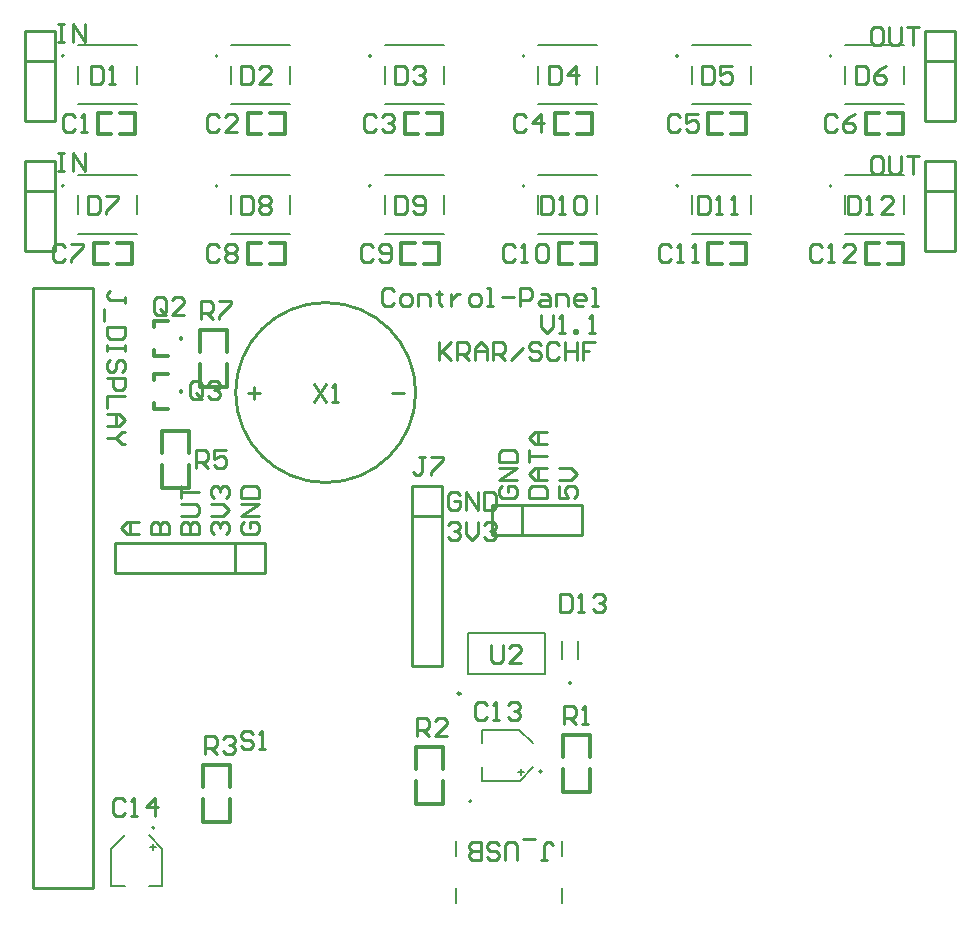
<source format=gbr>
%TF.GenerationSoftware,Altium Limited,Altium Designer,24.0.1 (36)*%
G04 Layer_Color=65535*
%FSLAX45Y45*%
%MOMM*%
%TF.SameCoordinates,E2561F4A-6B88-4173-B20F-5EBD6E3589F9*%
%TF.FilePolarity,Positive*%
%TF.FileFunction,Legend,Top*%
%TF.Part,Single*%
G01*
G75*
%TA.AperFunction,NonConductor*%
%ADD49C,0.25000*%
%ADD50C,0.25400*%
%ADD51C,0.20000*%
%ADD52C,0.30480*%
%ADD53C,0.12700*%
D49*
X3742500Y1770500D02*
G03*
X3742500Y1770500I-12500J0D01*
G01*
D50*
X3362000Y4320000D02*
G03*
X3362000Y4320000I-762000J0D01*
G01*
X3327400Y3276600D02*
X3581400D01*
X3327400Y3530600D02*
X3581400D01*
Y2006600D02*
Y3530600D01*
X3327400Y2006600D02*
Y3530600D01*
Y2006600D02*
X3581400D01*
X1828800Y2794000D02*
Y3048000D01*
X2082800Y2794000D02*
Y3048000D01*
X812800Y2794000D02*
X2082800D01*
X812800Y3048000D02*
X2082800D01*
X812800Y2794000D02*
Y3048000D01*
X4263000Y3113000D02*
Y3367000D01*
X4009000Y3113000D02*
Y3367000D01*
X4771000D01*
Y3113000D02*
Y3367000D01*
X4009000Y3113000D02*
X4771000D01*
X1990400Y4269200D02*
Y4370800D01*
X1939600Y4320000D02*
X2041200D01*
X3158800D02*
X3260400D01*
X53000Y6619000D02*
Y7381000D01*
Y6619000D02*
X307000D01*
Y7381000D01*
X53000D02*
X307000D01*
X53000Y7127000D02*
X307000D01*
X7673000Y6619000D02*
Y7381000D01*
Y6619000D02*
X7927000D01*
Y7381000D01*
X7673000D02*
X7927000D01*
X7673000Y7127000D02*
X7927000D01*
X53000Y5519000D02*
Y6281000D01*
Y5519000D02*
X307000D01*
Y6281000D01*
X53000D02*
X307000D01*
X53000Y6027000D02*
X307000D01*
X7673000Y5519000D02*
Y6281000D01*
Y5519000D02*
X7927000D01*
Y6281000D01*
X7673000D02*
X7927000D01*
X7673000Y6027000D02*
X7927000D01*
X125000Y127000D02*
Y5207000D01*
Y127000D02*
X633000D01*
Y5207000D01*
X125000D02*
X633000D01*
X3632200Y3200359D02*
X3657592Y3225751D01*
X3708375D01*
X3733767Y3200359D01*
Y3174967D01*
X3708375Y3149575D01*
X3682983D01*
X3708375D01*
X3733767Y3124183D01*
Y3098792D01*
X3708375Y3073400D01*
X3657592D01*
X3632200Y3098792D01*
X3784551Y3225751D02*
Y3124183D01*
X3835334Y3073400D01*
X3886118Y3124183D01*
Y3225751D01*
X3936901Y3200359D02*
X3962293Y3225751D01*
X4013077D01*
X4038469Y3200359D01*
Y3174967D01*
X4013077Y3149575D01*
X3987685D01*
X4013077D01*
X4038469Y3124183D01*
Y3098792D01*
X4013077Y3073400D01*
X3962293D01*
X3936901Y3098792D01*
X3733767Y3454359D02*
X3708375Y3479751D01*
X3657592D01*
X3632200Y3454359D01*
Y3352792D01*
X3657592Y3327400D01*
X3708375D01*
X3733767Y3352792D01*
Y3403575D01*
X3682983D01*
X3784551Y3327400D02*
Y3479751D01*
X3886118Y3327400D01*
Y3479751D01*
X3936901D02*
Y3327400D01*
X4013077D01*
X4038469Y3352792D01*
Y3454359D01*
X4013077Y3479751D01*
X3936901D01*
X1905041Y3225767D02*
X1879649Y3200375D01*
Y3149592D01*
X1905041Y3124200D01*
X2006608D01*
X2032000Y3149592D01*
Y3200375D01*
X2006608Y3225767D01*
X1955825D01*
Y3174983D01*
X2032000Y3276551D02*
X1879649D01*
X2032000Y3378118D01*
X1879649D01*
Y3428901D02*
X2032000D01*
Y3505077D01*
X2006608Y3530469D01*
X1905041D01*
X1879649Y3505077D01*
Y3428901D01*
X1651041Y3124200D02*
X1625649Y3149592D01*
Y3200375D01*
X1651041Y3225767D01*
X1676433D01*
X1701825Y3200375D01*
Y3174983D01*
Y3200375D01*
X1727217Y3225767D01*
X1752608D01*
X1778000Y3200375D01*
Y3149592D01*
X1752608Y3124200D01*
X1625649Y3276551D02*
X1727217D01*
X1778000Y3327334D01*
X1727217Y3378118D01*
X1625649D01*
X1651041Y3428901D02*
X1625649Y3454293D01*
Y3505077D01*
X1651041Y3530469D01*
X1676433D01*
X1701825Y3505077D01*
Y3479685D01*
Y3505077D01*
X1727217Y3530469D01*
X1752608D01*
X1778000Y3505077D01*
Y3454293D01*
X1752608Y3428901D01*
X1371649Y3124200D02*
X1524000D01*
Y3200375D01*
X1498608Y3225767D01*
X1473217D01*
X1447825Y3200375D01*
Y3124200D01*
Y3200375D01*
X1422433Y3225767D01*
X1397041D01*
X1371649Y3200375D01*
Y3124200D01*
Y3276551D02*
X1498608D01*
X1524000Y3301943D01*
Y3352726D01*
X1498608Y3378118D01*
X1371649D01*
Y3428901D02*
Y3530469D01*
Y3479685D01*
X1524000D01*
X1117649Y3124200D02*
X1270000D01*
Y3200375D01*
X1244608Y3225767D01*
X1219217D01*
X1193825Y3200375D01*
Y3124200D01*
Y3200375D01*
X1168433Y3225767D01*
X1143041D01*
X1117649Y3200375D01*
Y3124200D01*
X1016000D02*
X914433D01*
X863649Y3174983D01*
X914433Y3225767D01*
X1016000D01*
X939825D01*
Y3124200D01*
X7289775Y6324551D02*
X7238992D01*
X7213600Y6299159D01*
Y6197592D01*
X7238992Y6172200D01*
X7289775D01*
X7315167Y6197592D01*
Y6299159D01*
X7289775Y6324551D01*
X7365951D02*
Y6197592D01*
X7391343Y6172200D01*
X7442126D01*
X7467518Y6197592D01*
Y6324551D01*
X7518301D02*
X7619869D01*
X7569085D01*
Y6172200D01*
X7289775Y7416751D02*
X7238992D01*
X7213600Y7391359D01*
Y7289792D01*
X7238992Y7264400D01*
X7289775D01*
X7315167Y7289792D01*
Y7391359D01*
X7289775Y7416751D01*
X7365951D02*
Y7289792D01*
X7391343Y7264400D01*
X7442126D01*
X7467518Y7289792D01*
Y7416751D01*
X7518301D02*
X7619869D01*
X7569085D01*
Y7264400D01*
X330200Y6349951D02*
X380983D01*
X355592D01*
Y6197600D01*
X330200D01*
X380983D01*
X457159D02*
Y6349951D01*
X558726Y6197600D01*
Y6349951D01*
X330200Y7442151D02*
X380983D01*
X355592D01*
Y7289800D01*
X330200D01*
X380983D01*
X457159D02*
Y7442151D01*
X558726Y7289800D01*
Y7442151D01*
X4089441Y3530567D02*
X4064049Y3505175D01*
Y3454392D01*
X4089441Y3429000D01*
X4191008D01*
X4216400Y3454392D01*
Y3505175D01*
X4191008Y3530567D01*
X4140225D01*
Y3479783D01*
X4216400Y3581351D02*
X4064049D01*
X4216400Y3682918D01*
X4064049D01*
Y3733701D02*
X4216400D01*
Y3809877D01*
X4191008Y3835269D01*
X4089441D01*
X4064049Y3809877D01*
Y3733701D01*
X4318049Y3429000D02*
X4470400D01*
Y3505175D01*
X4445008Y3530567D01*
X4343441D01*
X4318049Y3505175D01*
Y3429000D01*
X4470400Y3581351D02*
X4368833D01*
X4318049Y3632134D01*
X4368833Y3682918D01*
X4470400D01*
X4394225D01*
Y3581351D01*
X4318049Y3733701D02*
Y3835269D01*
Y3784485D01*
X4470400D01*
Y3886052D02*
X4368833D01*
X4318049Y3936836D01*
X4368833Y3987619D01*
X4470400D01*
X4394225D01*
Y3886052D01*
X4572049Y3530567D02*
Y3429000D01*
X4648225D01*
X4622833Y3479783D01*
Y3505175D01*
X4648225Y3530567D01*
X4699008D01*
X4724400Y3505175D01*
Y3454392D01*
X4699008Y3429000D01*
X4572049Y3581351D02*
X4673617D01*
X4724400Y3632134D01*
X4673617Y3682918D01*
X4572049D01*
X4419600Y4978351D02*
Y4876783D01*
X4470383Y4826000D01*
X4521167Y4876783D01*
Y4978351D01*
X4571951Y4826000D02*
X4622734D01*
X4597343D01*
Y4978351D01*
X4571951Y4952959D01*
X4698910Y4826000D02*
Y4851392D01*
X4724301D01*
Y4826000D01*
X4698910D01*
X4825868D02*
X4876652D01*
X4851260D01*
Y4978351D01*
X4825868Y4952959D01*
X3556000Y4749751D02*
Y4597400D01*
Y4648183D01*
X3657567Y4749751D01*
X3581392Y4673575D01*
X3657567Y4597400D01*
X3708351D02*
Y4749751D01*
X3784526D01*
X3809918Y4724359D01*
Y4673575D01*
X3784526Y4648183D01*
X3708351D01*
X3759134D02*
X3809918Y4597400D01*
X3860701D02*
Y4698967D01*
X3911485Y4749751D01*
X3962269Y4698967D01*
Y4597400D01*
Y4673575D01*
X3860701D01*
X4013052Y4597400D02*
Y4749751D01*
X4089228D01*
X4114619Y4724359D01*
Y4673575D01*
X4089228Y4648183D01*
X4013052D01*
X4063836D02*
X4114619Y4597400D01*
X4165403D02*
X4266970Y4698967D01*
X4419321Y4724359D02*
X4393929Y4749751D01*
X4343145D01*
X4317754Y4724359D01*
Y4698967D01*
X4343145Y4673575D01*
X4393929D01*
X4419321Y4648183D01*
Y4622792D01*
X4393929Y4597400D01*
X4343145D01*
X4317754Y4622792D01*
X4571672Y4724359D02*
X4546280Y4749751D01*
X4495496D01*
X4470104Y4724359D01*
Y4622792D01*
X4495496Y4597400D01*
X4546280D01*
X4571672Y4622792D01*
X4622455Y4749751D02*
Y4597400D01*
Y4673575D01*
X4724022D01*
Y4749751D01*
Y4597400D01*
X4876373Y4749751D02*
X4774806D01*
Y4673575D01*
X4825589D01*
X4774806D01*
Y4597400D01*
X3174967Y5181559D02*
X3149575Y5206951D01*
X3098792D01*
X3073400Y5181559D01*
Y5079992D01*
X3098792Y5054600D01*
X3149575D01*
X3174967Y5079992D01*
X3251143Y5054600D02*
X3301926D01*
X3327318Y5079992D01*
Y5130775D01*
X3301926Y5156167D01*
X3251143D01*
X3225751Y5130775D01*
Y5079992D01*
X3251143Y5054600D01*
X3378101D02*
Y5156167D01*
X3454277D01*
X3479669Y5130775D01*
Y5054600D01*
X3555844Y5181559D02*
Y5156167D01*
X3530452D01*
X3581236D01*
X3555844D01*
Y5079992D01*
X3581236Y5054600D01*
X3657411Y5156167D02*
Y5054600D01*
Y5105383D01*
X3682803Y5130775D01*
X3708195Y5156167D01*
X3733586D01*
X3835154Y5054600D02*
X3885937D01*
X3911329Y5079992D01*
Y5130775D01*
X3885937Y5156167D01*
X3835154D01*
X3809762Y5130775D01*
Y5079992D01*
X3835154Y5054600D01*
X3962112D02*
X4012896D01*
X3987504D01*
Y5206951D01*
X3962112D01*
X4089071Y5130775D02*
X4190639D01*
X4241422Y5054600D02*
Y5206951D01*
X4317597D01*
X4342989Y5181559D01*
Y5130775D01*
X4317597Y5105383D01*
X4241422D01*
X4419165Y5156167D02*
X4469948D01*
X4495340Y5130775D01*
Y5054600D01*
X4419165D01*
X4393773Y5079992D01*
X4419165Y5105383D01*
X4495340D01*
X4546123Y5054600D02*
Y5156167D01*
X4622299D01*
X4647691Y5130775D01*
Y5054600D01*
X4774650D02*
X4723866D01*
X4698474Y5079992D01*
Y5130775D01*
X4723866Y5156167D01*
X4774650D01*
X4800041Y5130775D01*
Y5105383D01*
X4698474D01*
X4850825Y5054600D02*
X4901608D01*
X4876217D01*
Y5206951D01*
X4850825D01*
X1547020Y4943000D02*
Y5095351D01*
X1623195D01*
X1648587Y5069959D01*
Y5019175D01*
X1623195Y4993784D01*
X1547020D01*
X1597804D02*
X1648587Y4943000D01*
X1699371Y5095351D02*
X1800938D01*
Y5069959D01*
X1699371Y4968392D01*
Y4943000D01*
X3441827Y3772011D02*
X3391044D01*
X3416435D01*
Y3645052D01*
X3391044Y3619660D01*
X3365652D01*
X3340260Y3645052D01*
X3492611Y3772011D02*
X3594178D01*
Y3746619D01*
X3492611Y3645052D01*
Y3619660D01*
X2498433Y4396175D02*
X2600000Y4243825D01*
Y4396175D02*
X2498433Y4243825D01*
X2650784D02*
X2701567D01*
X2676175D01*
Y4396175D01*
X2650784Y4370783D01*
X4003041Y2186175D02*
Y2059217D01*
X4028433Y2033825D01*
X4079217D01*
X4104609Y2059217D01*
Y2186175D01*
X4256959Y2033825D02*
X4155392D01*
X4256959Y2135392D01*
Y2160784D01*
X4231567Y2186175D01*
X4180784D01*
X4155392Y2160784D01*
X1988947Y1432679D02*
X1963555Y1458071D01*
X1912772D01*
X1887380Y1432679D01*
Y1407287D01*
X1912772Y1381895D01*
X1963555D01*
X1988947Y1356504D01*
Y1331112D01*
X1963555Y1305720D01*
X1912772D01*
X1887380Y1331112D01*
X2039731Y1305720D02*
X2090514D01*
X2065123D01*
Y1458071D01*
X2039731Y1432679D01*
X1498641Y3683025D02*
Y3835375D01*
X1574817D01*
X1600208Y3809983D01*
Y3759200D01*
X1574817Y3733808D01*
X1498641D01*
X1549425D02*
X1600208Y3683025D01*
X1752559Y3835375D02*
X1650992D01*
Y3759200D01*
X1701775Y3784592D01*
X1727167D01*
X1752559Y3759200D01*
Y3708417D01*
X1727167Y3683025D01*
X1676384D01*
X1650992Y3708417D01*
X1574960Y1257460D02*
Y1409811D01*
X1651135D01*
X1676527Y1384419D01*
Y1333635D01*
X1651135Y1308244D01*
X1574960D01*
X1625744D02*
X1676527Y1257460D01*
X1727311Y1384419D02*
X1752703Y1409811D01*
X1803486D01*
X1828878Y1384419D01*
Y1359027D01*
X1803486Y1333635D01*
X1778094D01*
X1803486D01*
X1828878Y1308244D01*
Y1282852D01*
X1803486Y1257460D01*
X1752703D01*
X1727311Y1282852D01*
X3375820Y1412400D02*
Y1564751D01*
X3451995D01*
X3477387Y1539359D01*
Y1488575D01*
X3451995Y1463184D01*
X3375820D01*
X3426604D02*
X3477387Y1412400D01*
X3629738D02*
X3528171D01*
X3629738Y1513967D01*
Y1539359D01*
X3604346Y1564751D01*
X3553563D01*
X3528171Y1539359D01*
X4620420Y1514000D02*
Y1666351D01*
X4696595D01*
X4721987Y1640959D01*
Y1590175D01*
X4696595Y1564784D01*
X4620420D01*
X4671204D02*
X4721987Y1514000D01*
X4772771D02*
X4823554D01*
X4798163D01*
Y1666351D01*
X4772771Y1640959D01*
X1549408Y4292617D02*
Y4394183D01*
X1524017Y4419575D01*
X1473233D01*
X1447841Y4394183D01*
Y4292617D01*
X1473233Y4267225D01*
X1524017D01*
X1498625Y4318008D02*
X1549408Y4267225D01*
X1524017D02*
X1549408Y4292617D01*
X1600192Y4394183D02*
X1625584Y4419575D01*
X1676367D01*
X1701759Y4394183D01*
Y4368792D01*
X1676367Y4343400D01*
X1650975D01*
X1676367D01*
X1701759Y4318008D01*
Y4292617D01*
X1676367Y4267225D01*
X1625584D01*
X1600192Y4292617D01*
X1244608Y5003817D02*
Y5105383D01*
X1219217Y5130775D01*
X1168433D01*
X1143041Y5105383D01*
Y5003817D01*
X1168433Y4978425D01*
X1219217D01*
X1193825Y5029208D02*
X1244608Y4978425D01*
X1219217D02*
X1244608Y5003817D01*
X1396959Y4978425D02*
X1295392D01*
X1396959Y5079992D01*
Y5105383D01*
X1371567Y5130775D01*
X1320784D01*
X1295392Y5105383D01*
X4420918Y358629D02*
X4471701D01*
X4446310D01*
Y485588D01*
X4471701Y510979D01*
X4497093D01*
X4522485Y485588D01*
X4370134Y536371D02*
X4268567D01*
X4217784Y358629D02*
Y485588D01*
X4192392Y510979D01*
X4141608D01*
X4116216Y485588D01*
Y358629D01*
X3963866Y384021D02*
X3989257Y358629D01*
X4040041D01*
X4065433Y384021D01*
Y409412D01*
X4040041Y434804D01*
X3989257D01*
X3963866Y460196D01*
Y485588D01*
X3989257Y510979D01*
X4040041D01*
X4065433Y485588D01*
X3913082Y358629D02*
Y510979D01*
X3836907D01*
X3811515Y485588D01*
Y460196D01*
X3836907Y434804D01*
X3913082D01*
X3836907D01*
X3811515Y409412D01*
Y384021D01*
X3836907Y358629D01*
X3913082D01*
X898871Y5075923D02*
Y5126707D01*
Y5101315D01*
X771913D01*
X746521Y5126707D01*
Y5152098D01*
X771913Y5177490D01*
X721129Y5025140D02*
Y4923572D01*
X898871Y4872789D02*
X746521D01*
Y4796613D01*
X771913Y4771222D01*
X873480D01*
X898871Y4796613D01*
Y4872789D01*
Y4720438D02*
Y4669655D01*
Y4695046D01*
X746521D01*
Y4720438D01*
Y4669655D01*
X873480Y4491912D02*
X898871Y4517304D01*
Y4568087D01*
X873480Y4593479D01*
X848088D01*
X822696Y4568087D01*
Y4517304D01*
X797304Y4491912D01*
X771913D01*
X746521Y4517304D01*
Y4568087D01*
X771913Y4593479D01*
X746521Y4441129D02*
X898871D01*
Y4364953D01*
X873480Y4339561D01*
X822696D01*
X797304Y4364953D01*
Y4441129D01*
X898871Y4288778D02*
X746521D01*
Y4187211D01*
Y4136427D02*
X848088D01*
X898871Y4085644D01*
X848088Y4034860D01*
X746521D01*
X822696D01*
Y4136427D01*
X898871Y3984076D02*
X873480D01*
X822696Y3933293D01*
X873480Y3882509D01*
X898871D01*
X822696Y3933293D02*
X746521D01*
X4587400Y2616311D02*
Y2463960D01*
X4663575D01*
X4688967Y2489352D01*
Y2590919D01*
X4663575Y2616311D01*
X4587400D01*
X4739751Y2463960D02*
X4790534D01*
X4765143D01*
Y2616311D01*
X4739751Y2590919D01*
X4866710D02*
X4892101Y2616311D01*
X4942885D01*
X4968277Y2590919D01*
Y2565527D01*
X4942885Y2540135D01*
X4917493D01*
X4942885D01*
X4968277Y2514744D01*
Y2489352D01*
X4942885Y2463960D01*
X4892101D01*
X4866710Y2489352D01*
X7025800Y5986891D02*
Y5834540D01*
X7101975D01*
X7127367Y5859932D01*
Y5961499D01*
X7101975Y5986891D01*
X7025800D01*
X7178151Y5834540D02*
X7228934D01*
X7203543D01*
Y5986891D01*
X7178151Y5961499D01*
X7406677Y5834540D02*
X7305110D01*
X7406677Y5936107D01*
Y5961499D01*
X7381285Y5986891D01*
X7330501D01*
X7305110Y5961499D01*
X5750720Y5986891D02*
Y5834540D01*
X5826895D01*
X5852287Y5859932D01*
Y5961499D01*
X5826895Y5986891D01*
X5750720D01*
X5903071Y5834540D02*
X5953854D01*
X5928463D01*
Y5986891D01*
X5903071Y5961499D01*
X6030030Y5834540D02*
X6080813D01*
X6055421D01*
Y5986891D01*
X6030030Y5961499D01*
X4424840Y5986891D02*
Y5834540D01*
X4501015D01*
X4526407Y5859932D01*
Y5961499D01*
X4501015Y5986891D01*
X4424840D01*
X4577191Y5834540D02*
X4627974D01*
X4602583D01*
Y5986891D01*
X4577191Y5961499D01*
X4704150D02*
X4729541Y5986891D01*
X4780325D01*
X4805717Y5961499D01*
Y5859932D01*
X4780325Y5834540D01*
X4729541D01*
X4704150Y5859932D01*
Y5961499D01*
X3187860Y5986891D02*
Y5834540D01*
X3264035D01*
X3289427Y5859932D01*
Y5961499D01*
X3264035Y5986891D01*
X3187860D01*
X3340211Y5859932D02*
X3365603Y5834540D01*
X3416386D01*
X3441778Y5859932D01*
Y5961499D01*
X3416386Y5986891D01*
X3365603D01*
X3340211Y5961499D01*
Y5936107D01*
X3365603Y5910715D01*
X3441778D01*
X1887380Y5986891D02*
Y5834540D01*
X1963555D01*
X1988947Y5859932D01*
Y5961499D01*
X1963555Y5986891D01*
X1887380D01*
X2039731Y5961499D02*
X2065123Y5986891D01*
X2115906D01*
X2141298Y5961499D01*
Y5936107D01*
X2115906Y5910715D01*
X2141298Y5885324D01*
Y5859932D01*
X2115906Y5834540D01*
X2065123D01*
X2039731Y5859932D01*
Y5885324D01*
X2065123Y5910715D01*
X2039731Y5936107D01*
Y5961499D01*
X2065123Y5910715D02*
X2115906D01*
X586900Y5986891D02*
Y5834540D01*
X663075D01*
X688467Y5859932D01*
Y5961499D01*
X663075Y5986891D01*
X586900D01*
X739251D02*
X840818D01*
Y5961499D01*
X739251Y5859932D01*
Y5834540D01*
X7089300Y7086711D02*
Y6934360D01*
X7165475D01*
X7190867Y6959752D01*
Y7061319D01*
X7165475Y7086711D01*
X7089300D01*
X7343218D02*
X7292434Y7061319D01*
X7241651Y7010535D01*
Y6959752D01*
X7267043Y6934360D01*
X7317826D01*
X7343218Y6959752D01*
Y6985144D01*
X7317826Y7010535D01*
X7241651D01*
X5788820Y7086711D02*
Y6934360D01*
X5864995D01*
X5890387Y6959752D01*
Y7061319D01*
X5864995Y7086711D01*
X5788820D01*
X6042738D02*
X5941171D01*
Y7010535D01*
X5991954Y7035927D01*
X6017346D01*
X6042738Y7010535D01*
Y6959752D01*
X6017346Y6934360D01*
X5966563D01*
X5941171Y6959752D01*
X4488340Y7086711D02*
Y6934360D01*
X4564515D01*
X4589907Y6959752D01*
Y7061319D01*
X4564515Y7086711D01*
X4488340D01*
X4716866Y6934360D02*
Y7086711D01*
X4640691Y7010535D01*
X4742258D01*
X3187860Y7086711D02*
Y6934360D01*
X3264035D01*
X3289427Y6959752D01*
Y7061319D01*
X3264035Y7086711D01*
X3187860D01*
X3340211Y7061319D02*
X3365603Y7086711D01*
X3416386D01*
X3441778Y7061319D01*
Y7035927D01*
X3416386Y7010535D01*
X3390994D01*
X3416386D01*
X3441778Y6985144D01*
Y6959752D01*
X3416386Y6934360D01*
X3365603D01*
X3340211Y6959752D01*
X1887380Y7086711D02*
Y6934360D01*
X1963555D01*
X1988947Y6959752D01*
Y7061319D01*
X1963555Y7086711D01*
X1887380D01*
X2141298Y6934360D02*
X2039731D01*
X2141298Y7035927D01*
Y7061319D01*
X2115906Y7086711D01*
X2065123D01*
X2039731Y7061319D01*
X612300Y7086711D02*
Y6934360D01*
X688475D01*
X713867Y6959752D01*
Y7061319D01*
X688475Y7086711D01*
X612300D01*
X764651Y6934360D02*
X815434D01*
X790043D01*
Y7086711D01*
X764651Y7061319D01*
X904367Y863719D02*
X878975Y889111D01*
X828192D01*
X802800Y863719D01*
Y762152D01*
X828192Y736760D01*
X878975D01*
X904367Y762152D01*
X955151Y736760D02*
X1005934D01*
X980543D01*
Y889111D01*
X955151Y863719D01*
X1158285Y736760D02*
Y889111D01*
X1082110Y812935D01*
X1183677D01*
X3962527Y1673979D02*
X3937135Y1699371D01*
X3886352D01*
X3860960Y1673979D01*
Y1572412D01*
X3886352Y1547020D01*
X3937135D01*
X3962527Y1572412D01*
X4013311Y1547020D02*
X4064094D01*
X4038703D01*
Y1699371D01*
X4013311Y1673979D01*
X4140270D02*
X4165661Y1699371D01*
X4216445D01*
X4241837Y1673979D01*
Y1648587D01*
X4216445Y1623195D01*
X4191053D01*
X4216445D01*
X4241837Y1597804D01*
Y1572412D01*
X4216445Y1547020D01*
X4165661D01*
X4140270Y1572412D01*
X6799707Y5550019D02*
X6774315Y5575411D01*
X6723532D01*
X6698140Y5550019D01*
Y5448452D01*
X6723532Y5423060D01*
X6774315D01*
X6799707Y5448452D01*
X6850491Y5423060D02*
X6901274D01*
X6875883D01*
Y5575411D01*
X6850491Y5550019D01*
X7079017Y5423060D02*
X6977450D01*
X7079017Y5524627D01*
Y5550019D01*
X7053625Y5575411D01*
X7002841D01*
X6977450Y5550019D01*
X5522087D02*
X5496695Y5575411D01*
X5445912D01*
X5420520Y5550019D01*
Y5448452D01*
X5445912Y5423060D01*
X5496695D01*
X5522087Y5448452D01*
X5572871Y5423060D02*
X5623654D01*
X5598263D01*
Y5575411D01*
X5572871Y5550019D01*
X5699830Y5423060D02*
X5750613D01*
X5725221D01*
Y5575411D01*
X5699830Y5550019D01*
X4201287D02*
X4175895Y5575411D01*
X4125112D01*
X4099720Y5550019D01*
Y5448452D01*
X4125112Y5423060D01*
X4175895D01*
X4201287Y5448452D01*
X4252071Y5423060D02*
X4302854D01*
X4277463D01*
Y5575411D01*
X4252071Y5550019D01*
X4379030D02*
X4404421Y5575411D01*
X4455205D01*
X4480597Y5550019D01*
Y5448452D01*
X4455205Y5423060D01*
X4404421D01*
X4379030Y5448452D01*
Y5550019D01*
X2997327D02*
X2971935Y5575411D01*
X2921152D01*
X2895760Y5550019D01*
Y5448452D01*
X2921152Y5423060D01*
X2971935D01*
X2997327Y5448452D01*
X3048111D02*
X3073503Y5423060D01*
X3124286D01*
X3149678Y5448452D01*
Y5550019D01*
X3124286Y5575411D01*
X3073503D01*
X3048111Y5550019D01*
Y5524627D01*
X3073503Y5499235D01*
X3149678D01*
X1696847Y5550019D02*
X1671455Y5575411D01*
X1620672D01*
X1595280Y5550019D01*
Y5448452D01*
X1620672Y5423060D01*
X1671455D01*
X1696847Y5448452D01*
X1747631Y5550019D02*
X1773023Y5575411D01*
X1823806D01*
X1849198Y5550019D01*
Y5524627D01*
X1823806Y5499235D01*
X1849198Y5473844D01*
Y5448452D01*
X1823806Y5423060D01*
X1773023D01*
X1747631Y5448452D01*
Y5473844D01*
X1773023Y5499235D01*
X1747631Y5524627D01*
Y5550019D01*
X1773023Y5499235D02*
X1823806D01*
X396367Y5550019D02*
X370975Y5575411D01*
X320192D01*
X294800Y5550019D01*
Y5448452D01*
X320192Y5423060D01*
X370975D01*
X396367Y5448452D01*
X447151Y5575411D02*
X548718D01*
Y5550019D01*
X447151Y5448452D01*
Y5423060D01*
X6926707Y6649839D02*
X6901315Y6675231D01*
X6850532D01*
X6825140Y6649839D01*
Y6548272D01*
X6850532Y6522880D01*
X6901315D01*
X6926707Y6548272D01*
X7079058Y6675231D02*
X7028274Y6649839D01*
X6977491Y6599055D01*
Y6548272D01*
X7002883Y6522880D01*
X7053666D01*
X7079058Y6548272D01*
Y6573664D01*
X7053666Y6599055D01*
X6977491D01*
X5598287Y6649839D02*
X5572895Y6675231D01*
X5522112D01*
X5496720Y6649839D01*
Y6548272D01*
X5522112Y6522880D01*
X5572895D01*
X5598287Y6548272D01*
X5750638Y6675231D02*
X5649071D01*
Y6599055D01*
X5699854Y6624447D01*
X5725246D01*
X5750638Y6599055D01*
Y6548272D01*
X5725246Y6522880D01*
X5674463D01*
X5649071Y6548272D01*
X4297807Y6649839D02*
X4272415Y6675231D01*
X4221632D01*
X4196240Y6649839D01*
Y6548272D01*
X4221632Y6522880D01*
X4272415D01*
X4297807Y6548272D01*
X4424766Y6522880D02*
Y6675231D01*
X4348591Y6599055D01*
X4450158D01*
X3027807Y6649839D02*
X3002415Y6675231D01*
X2951632D01*
X2926240Y6649839D01*
Y6548272D01*
X2951632Y6522880D01*
X3002415D01*
X3027807Y6548272D01*
X3078591Y6649839D02*
X3103983Y6675231D01*
X3154766D01*
X3180158Y6649839D01*
Y6624447D01*
X3154766Y6599055D01*
X3129374D01*
X3154766D01*
X3180158Y6573664D01*
Y6548272D01*
X3154766Y6522880D01*
X3103983D01*
X3078591Y6548272D01*
X1696847Y6649839D02*
X1671455Y6675231D01*
X1620672D01*
X1595280Y6649839D01*
Y6548272D01*
X1620672Y6522880D01*
X1671455D01*
X1696847Y6548272D01*
X1849198Y6522880D02*
X1747631D01*
X1849198Y6624447D01*
Y6649839D01*
X1823806Y6675231D01*
X1773023D01*
X1747631Y6649839D01*
X477647D02*
X452255Y6675231D01*
X401472D01*
X376080Y6649839D01*
Y6548272D01*
X401472Y6522880D01*
X452255D01*
X477647Y6548272D01*
X528431Y6522880D02*
X579214D01*
X553823D01*
Y6675231D01*
X528431Y6649839D01*
D51*
X3835000Y860000D02*
G03*
X3835000Y860000I-10000J0D01*
G01*
X6885000Y6070000D02*
G03*
X6885000Y6070000I-10000J0D01*
G01*
X385000Y7170000D02*
G03*
X385000Y7170000I-10000J0D01*
G01*
X1685000D02*
G03*
X1685000Y7170000I-10000J0D01*
G01*
X2985000D02*
G03*
X2985000Y7170000I-10000J0D01*
G01*
X4285000D02*
G03*
X4285000Y7170000I-10000J0D01*
G01*
X5585000D02*
G03*
X5585000Y7170000I-10000J0D01*
G01*
X6885000D02*
G03*
X6885000Y7170000I-10000J0D01*
G01*
X385000Y6070000D02*
G03*
X385000Y6070000I-10000J0D01*
G01*
X1685000D02*
G03*
X1685000Y6070000I-10000J0D01*
G01*
X2985000D02*
G03*
X2985000Y6070000I-10000J0D01*
G01*
X4285000D02*
G03*
X4285000Y6070000I-10000J0D01*
G01*
X5585000D02*
G03*
X5585000Y6070000I-10000J0D01*
G01*
X4680000Y1860500D02*
G03*
X4680000Y1860500I-10000J0D01*
G01*
X1149700Y634400D02*
G03*
X1149700Y634400I-10000J0D01*
G01*
X4429400Y1110300D02*
G03*
X4429400Y1110300I-10000J0D01*
G01*
X3804750Y1934750D02*
Y2285250D01*
X4455250D01*
Y1934750D02*
Y2285250D01*
X3804750Y1934750D02*
X4455250D01*
X4597000Y400000D02*
Y525000D01*
X3703000Y400000D02*
Y525000D01*
X4597000Y0D02*
Y128000D01*
X3703000Y0D02*
Y128000D01*
D52*
X1536700Y4368800D02*
X1765300D01*
X1536700Y4851400D02*
X1765300D01*
Y4368800D02*
Y4559300D01*
X1536700Y4368800D02*
Y4559300D01*
Y4660900D02*
Y4851400D01*
X1765300Y4660900D02*
Y4851400D01*
X1215700Y3513000D02*
X1444300D01*
X1215700Y3995600D02*
X1444300D01*
Y3513000D02*
Y3703500D01*
X1215700Y3513000D02*
Y3703500D01*
Y3805100D02*
Y3995600D01*
X1444300Y3805100D02*
Y3995600D01*
X1147300Y4474780D02*
X1261600D01*
X1147300Y4182680D02*
X1261600D01*
X1147300Y4423980D02*
Y4474780D01*
X1375900Y4322380D02*
Y4335080D01*
X1147300Y4182680D02*
Y4233480D01*
Y4924780D02*
X1261600D01*
X1147300Y4632680D02*
X1261600D01*
X1147300Y4873980D02*
Y4924780D01*
X1375900Y4772380D02*
Y4785080D01*
X1147300Y4632680D02*
Y4683480D01*
X1565700Y684400D02*
X1794300D01*
X1565700Y1167000D02*
X1794300D01*
Y684400D02*
Y874900D01*
X1565700Y684400D02*
Y874900D01*
Y976500D02*
Y1167000D01*
X1794300Y976500D02*
Y1167000D01*
X988900Y6511100D02*
Y6688900D01*
X671400Y6511100D02*
Y6688900D01*
X861900D02*
X988900D01*
X861900Y6511100D02*
X988900D01*
X671400D02*
X785700D01*
X671400Y6688900D02*
X785700D01*
X2258750Y6511100D02*
Y6688900D01*
X1941250Y6511100D02*
Y6688900D01*
X2131750D02*
X2258750D01*
X2131750Y6511100D02*
X2258750D01*
X1941250D02*
X2055550D01*
X1941250Y6688900D02*
X2055550D01*
X3588900Y6511100D02*
Y6688900D01*
X3271400Y6511100D02*
Y6688900D01*
X3461900D02*
X3588900D01*
X3461900Y6511100D02*
X3588900D01*
X3271400D02*
X3385700D01*
X3271400Y6688900D02*
X3385700D01*
X4858750Y6511100D02*
Y6688900D01*
X4541250Y6511100D02*
Y6688900D01*
X4731750D02*
X4858750D01*
X4731750Y6511100D02*
X4858750D01*
X4541250D02*
X4655550D01*
X4541250Y6688900D02*
X4655550D01*
X6158750Y6511100D02*
Y6688900D01*
X5841250Y6511100D02*
Y6688900D01*
X6031750D02*
X6158750D01*
X6031750Y6511100D02*
X6158750D01*
X5841250D02*
X5955550D01*
X5841250Y6688900D02*
X5955550D01*
X7488900Y6511100D02*
Y6688900D01*
X7171400Y6511100D02*
Y6688900D01*
X7361900D02*
X7488900D01*
X7361900Y6511100D02*
X7488900D01*
X7171400D02*
X7285700D01*
X7171400Y6688900D02*
X7285700D01*
X958750Y5411100D02*
Y5588900D01*
X641250Y5411100D02*
Y5588900D01*
X831750D02*
X958750D01*
X831750Y5411100D02*
X958750D01*
X641250D02*
X755550D01*
X641250Y5588900D02*
X755550D01*
X2258750Y5411100D02*
Y5588900D01*
X1941250Y5411100D02*
Y5588900D01*
X2131750D02*
X2258750D01*
X2131750Y5411100D02*
X2258750D01*
X1941250D02*
X2055550D01*
X1941250Y5588900D02*
X2055550D01*
X3558750Y5411100D02*
Y5588900D01*
X3241250Y5411100D02*
Y5588900D01*
X3431750D02*
X3558750D01*
X3431750Y5411100D02*
X3558750D01*
X3241250D02*
X3355550D01*
X3241250Y5588900D02*
X3355550D01*
X3594100Y1130300D02*
Y1320800D01*
X3365500Y1130300D02*
Y1320800D01*
Y838200D02*
Y1028700D01*
X3594100Y838200D02*
Y1028700D01*
X3365500Y1320800D02*
X3594100D01*
X3365500Y838200D02*
X3594100D01*
X4838700Y1231900D02*
Y1422400D01*
X4610100Y1231900D02*
Y1422400D01*
Y939800D02*
Y1130300D01*
X4838700Y939800D02*
Y1130300D01*
X4610100Y1422400D02*
X4838700D01*
X4610100Y939800D02*
X4838700D01*
X4888900Y5411100D02*
Y5588900D01*
X4571400Y5411100D02*
Y5588900D01*
X4761900D02*
X4888900D01*
X4761900Y5411100D02*
X4888900D01*
X4571400D02*
X4685700D01*
X4571400Y5588900D02*
X4685700D01*
X6158750Y5411100D02*
Y5588900D01*
X5841250Y5411100D02*
Y5588900D01*
X6031750D02*
X6158750D01*
X6031750Y5411100D02*
X6158750D01*
X5841250D02*
X5955550D01*
X5841250Y5588900D02*
X5955550D01*
X7488900Y5411100D02*
Y5588900D01*
X7171400Y5411100D02*
Y5588900D01*
X7361900D02*
X7488900D01*
X7361900Y5411100D02*
X7488900D01*
X7171400D02*
X7285700D01*
X7171400Y5588900D02*
X7285700D01*
D53*
X7000000Y5660000D02*
X7500000D01*
X7000000Y6160000D02*
X7500000D01*
X7000000Y5831350D02*
Y5988650D01*
X7500000Y5831350D02*
Y5988650D01*
X500000Y6760000D02*
X1000000D01*
X500000Y7260000D02*
X1000000D01*
X500000Y6931350D02*
Y7088650D01*
X1000000Y6931350D02*
Y7088650D01*
X1800000Y6760000D02*
X2300000D01*
X1800000Y7260000D02*
X2300000D01*
X1800000Y6931350D02*
Y7088650D01*
X2300000Y6931350D02*
Y7088650D01*
X3100000Y6760000D02*
X3600000D01*
X3100000Y7260000D02*
X3600000D01*
X3100000Y6931350D02*
Y7088650D01*
X3600000Y6931350D02*
Y7088650D01*
X4400000Y6760000D02*
X4900000D01*
X4400000Y7260000D02*
X4900000D01*
X4400000Y6931350D02*
Y7088650D01*
X4900000Y6931350D02*
Y7088650D01*
X5700000Y6760000D02*
X6200000D01*
X5700000Y7260000D02*
X6200000D01*
X5700000Y6931350D02*
Y7088650D01*
X6200000Y6931350D02*
Y7088650D01*
X7000000Y6760000D02*
X7500000D01*
X7000000Y7260000D02*
X7500000D01*
X7000000Y6931350D02*
Y7088650D01*
X7500000Y6931350D02*
Y7088650D01*
X500000Y5660000D02*
X1000000D01*
X500000Y6160000D02*
X1000000D01*
X500000Y5831350D02*
Y5988650D01*
X1000000Y5831350D02*
Y5988650D01*
X1800000Y5660000D02*
X2300000D01*
X1800000Y6160000D02*
X2300000D01*
X1800000Y5831350D02*
Y5988650D01*
X2300000Y5831350D02*
Y5988650D01*
X3100000Y5660000D02*
X3600000D01*
X3100000Y6160000D02*
X3600000D01*
X3100000Y5831350D02*
Y5988650D01*
X3600000Y5831350D02*
Y5988650D01*
X4400000Y5660000D02*
X4900000D01*
X4400000Y6160000D02*
X4900000D01*
X4400000Y5831350D02*
Y5988650D01*
X4900000Y5831350D02*
Y5988650D01*
X5700000Y5660000D02*
X6200000D01*
X5700000Y6160000D02*
X6200000D01*
X5700000Y5831350D02*
Y5988650D01*
X6200000Y5831350D02*
Y5988650D01*
X4740000Y2065000D02*
Y2215000D01*
X4600000Y2065000D02*
Y2215000D01*
X1139700Y443900D02*
Y494700D01*
X1114300Y469300D02*
X1165100D01*
X785000Y140000D02*
X897500D01*
X1102500D02*
X1215000D01*
X785000D02*
Y455000D01*
X900000Y570000D01*
X1215000Y140000D02*
Y457500D01*
X1101250Y571250D02*
X1215000Y457500D01*
X4228900Y1110300D02*
X4279700D01*
X4254300Y1084900D02*
Y1135700D01*
X3925000Y1352500D02*
Y1465000D01*
Y1035000D02*
Y1147500D01*
Y1465000D02*
X4240000D01*
X4355000Y1350000D01*
X3925000Y1035000D02*
X4242500D01*
X4356250Y1148750D01*
%TF.MD5,c9bc6dc1dfb5e81be5809803d7152225*%
M02*

</source>
